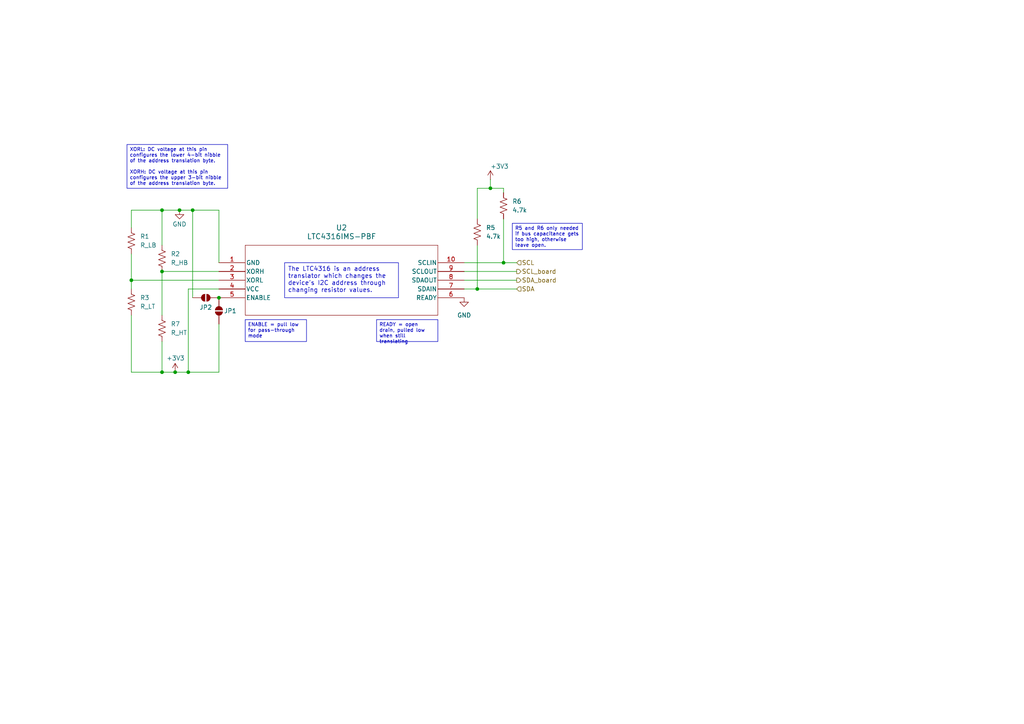
<source format=kicad_sch>
(kicad_sch (version 20231120) (generator "eeschema") (generator_version "8.0")
  (paper "A4")
  (lib_symbols
    (symbol "Device:R_US" (pin_numbers hide) (pin_names (offset 0))
      (property "Reference" "R" (at 2.54 0 90))
      (property "Value" "R_US" (at -2.54 0 90))
      (symbol "R_US_0_1"
        (polyline (pts (xy 0 -2.286) (xy 0 -2.54)))
        (polyline (pts (xy 0 2.286) (xy 0 2.54)))
        (polyline (pts (xy 0 -0.762) (xy 1.016 -1.143) (xy 0 -1.524) (xy -1.016 -1.905) (xy 0 -2.286)))
        (polyline (pts (xy 0 0.762) (xy 1.016 0.381) (xy 0 0) (xy -1.016 -0.381) (xy 0 -0.762)))
        (polyline (pts (xy 0 2.286) (xy 1.016 1.905) (xy 0 1.524) (xy -1.016 1.143) (xy 0 0.762)))
      )
      (symbol "R_US_1_1"
        (pin passive line (at 0 3.81 270) (length 1.27) (name "~") (number "1"))
        (pin passive line (at 0 -3.81 90) (length 1.27) (name "~") (number "2"))
      )
    )
    (symbol "Jumper:SolderJumper_2_Open" (pin_numbers hide) (pin_names (offset 0) hide) (exclude_from_sim yes) (in_bom no)
      (property "Reference" "JP" (at 0 2.032 0))
      (property "Value" "SolderJumper_2_Open" (at 0 -2.54 0))
      (symbol "SolderJumper_2_Open_0_1"
        (arc (start -0.254 1.016) (mid -1.2656 0) (end -0.254 -1.016))
        (arc (start -0.254 1.016) (mid -1.2656 0) (end -0.254 -1.016) (fill (type outline)))
        (polyline (pts (xy -0.254 1.016) (xy -0.254 -1.016)))
        (polyline (pts (xy 0.254 1.016) (xy 0.254 -1.016)))
        (arc (start 0.254 -1.016) (mid 1.2656 0) (end 0.254 1.016))
        (arc (start 0.254 -1.016) (mid 1.2656 0) (end 0.254 1.016) (fill (type outline)))
      )
      (symbol "SolderJumper_2_Open_1_1"
        (pin passive line (at -3.81 0 0) (length 2.54) (name "A") (number "1"))
        (pin passive line (at 3.81 0 180) (length 2.54) (name "B") (number "2"))
      )
    )
    (symbol "LTC4316:LTC4316IMS-PBF" (pin_names (offset 0.254))
      (property "Reference" "U" (at 35.56 10.16 0))
      (property "Value" "LTC4316IMS-PBF" (at 35.56 7.62 0))
      (symbol "LTC4316IMS-PBF_0_1"
        (polyline (pts (xy 7.62 -15.24) (xy 63.5 -15.24)) (stroke (width 0.127)))
        (polyline (pts (xy 7.62 5.08) (xy 7.62 -15.24)) (stroke (width 0.127)))
        (polyline (pts (xy 63.5 -15.24) (xy 63.5 5.08)) (stroke (width 0.127)))
        (polyline (pts (xy 63.5 5.08) (xy 7.62 5.08)) (stroke (width 0.127)))
        (pin power_in line (at 0 0 0) (length 7.62) (name "GND") (number "1"))
        (pin bidirectional line (at 71.12 0 180) (length 7.62) (name "SCLIN") (number "10"))
        (pin input line (at 0 -2.54 0) (length 7.62) (name "XORH") (number "2"))
        (pin input line (at 0 -5.08 0) (length 7.62) (name "XORL") (number "3"))
        (pin power_in line (at 0 -7.62 0) (length 7.62) (name "VCC") (number "4"))
        (pin input line (at 0 -10.16 0) (length 7.62) (name "ENABLE") (number "5"))
        (pin output line (at 71.12 -10.16 180) (length 7.62) (name "READY") (number "6"))
        (pin bidirectional line (at 71.12 -7.62 180) (length 7.62) (name "SDAIN") (number "7"))
        (pin bidirectional line (at 71.12 -5.08 180) (length 7.62) (name "SDAOUT") (number "8"))
        (pin bidirectional line (at 71.12 -2.54 180) (length 7.62) (name "SCLOUT") (number "9"))
      )
    )
    (symbol "power:+3V3" (power) (pin_numbers hide) (pin_names (offset 0) hide)
      (property "Value" "+3V3" (at 0 3.556 0))
      (symbol "+3V3_0_1"
        (polyline (pts (xy -0.762 1.27) (xy 0 2.54)))
        (polyline (pts (xy 0 0) (xy 0 2.54)))
        (polyline (pts (xy 0 2.54) (xy 0.762 1.27)))
      )
      (symbol "+3V3_1_1"
        (pin power_in line (at 0 0 90) (length 0) (name "~") (number "1"))
      )
    )
    (symbol "power:GND" (power) (pin_numbers hide) (pin_names (offset 0) hide)
      (property "Value" "GND" (at 0 -3.81 0))
      (symbol "GND_0_1"
        (polyline (pts (xy 0 0) (xy 0 -1.27) (xy 1.27 -1.27) (xy 0 -2.54) (xy -1.27 -1.27) (xy 0 -1.27)))
      )
      (symbol "GND_1_1"
        (pin power_in line (at 0 0 270) (length 0) (name "~") (number "1"))
      )
    )
  )
  (junction (at 146.05 76.2))
  (junction (at 52.07 60.96))
  (junction (at 138.43 83.82))
  (junction (at 54.61 107.95))
  (junction (at 50.8 107.95))
  (junction (at 55.88 60.96))
  (junction (at 46.99 60.96))
  (junction (at 63.5 86.36))
  (junction (at 142.24 54.61))
  (junction (at 46.99 78.74))
  (junction (at 46.99 107.95))
  (junction (at 38.1 81.28))
  (wire (pts (xy 146.05 76.2) (xy 149.86 76.2)))
  (wire (pts (xy 38.1 81.28) (xy 38.1 83.82)))
  (wire (pts (xy 38.1 107.95) (xy 46.99 107.95)))
  (wire (pts (xy 134.62 83.82) (xy 138.43 83.82)))
  (wire (pts (xy 138.43 54.61) (xy 142.24 54.61)))
  (wire (pts (xy 146.05 63.5) (xy 146.05 76.2)))
  (wire (pts (xy 55.88 60.96) (xy 55.88 86.36)))
  (wire (pts (xy 54.61 83.82) (xy 63.5 83.82)))
  (wire (pts (xy 138.43 71.12) (xy 138.43 83.82)))
  (wire (pts (xy 50.8 107.95) (xy 54.61 107.95)))
  (wire (pts (xy 38.1 60.96) (xy 38.1 66.04)))
  (wire (pts (xy 38.1 73.66) (xy 38.1 81.28)))
  (wire (pts (xy 138.43 83.82) (xy 149.86 83.82)))
  (wire (pts (xy 38.1 81.28) (xy 63.5 81.28)))
  (wire (pts (xy 134.62 78.74) (xy 149.86 78.74)))
  (wire (pts (xy 38.1 60.96) (xy 46.99 60.96)))
  (wire (pts (xy 46.99 78.74) (xy 46.99 91.44)))
  (wire (pts (xy 63.5 93.98) (xy 63.5 107.95)))
  (wire (pts (xy 142.24 52.07) (xy 142.24 54.61)))
  (wire (pts (xy 46.99 107.95) (xy 50.8 107.95)))
  (wire (pts (xy 55.88 60.96) (xy 63.5 60.96)))
  (wire (pts (xy 46.99 60.96) (xy 52.07 60.96)))
  (wire (pts (xy 138.43 54.61) (xy 138.43 63.5)))
  (wire (pts (xy 63.5 78.74) (xy 46.99 78.74)))
  (wire (pts (xy 134.62 76.2) (xy 146.05 76.2)))
  (wire (pts (xy 54.61 107.95) (xy 63.5 107.95)))
  (wire (pts (xy 142.24 54.61) (xy 146.05 54.61)))
  (wire (pts (xy 134.62 81.28) (xy 149.86 81.28)))
  (wire (pts (xy 146.05 54.61) (xy 146.05 55.88)))
  (wire (pts (xy 38.1 91.44) (xy 38.1 107.95)))
  (wire (pts (xy 46.99 60.96) (xy 46.99 71.12)))
  (wire (pts (xy 46.99 99.06) (xy 46.99 107.95)))
  (wire (pts (xy 52.07 60.96) (xy 55.88 60.96)))
  (wire (pts (xy 54.61 83.82) (xy 54.61 107.95)))
  (wire (pts (xy 63.5 60.96) (xy 63.5 76.2)))
  (text_box "The LTC4316 is an address translator which changes the device's I2C address through changing resistor values." (at 82.55 76.2 0) (size 33.02 10.16) (effects (font (size 1.27 1.27)) (justify left top)))
  (text_box "READY = open drain, pulled low when still translating\n" (at 109.22 92.71 0) (size 17.78 6.35) (effects (font (size 1.016 1.016)) (justify left top)))
  (text_box "R5 and R6 only needed if bus capacitance gets too high, otherwise leave open." (at 148.59 64.77 0) (size 20.32 7.62) (effects (font (size 1.016 1.016)) (justify left top)))
  (text_box "ENABLE = pull low for pass-through mode\n" (at 71.12 92.71 0) (size 17.78 6.35) (effects (font (size 1.016 1.016)) (justify left top)))
  (text_box "XORL: DC voltage at this pin configures the lower 4-bit nibble of the address translation byte.\n\nXORH: DC voltage at this pin configures the upper 3-bit nibble of the address translation byte." (at 36.83 41.91 0) (size 29.21 12.7) (effects (font (size 1.016 1.016)) (justify left top)))
  (hierarchical_label "SCL_board" (shape output) (at 149.86 78.74 0))
  (hierarchical_label "SCL" (shape input) (at 149.86 76.2 0))
  (hierarchical_label "SDA" (shape input) (at 149.86 83.82 0))
  (hierarchical_label "SDA_board" (shape output) (at 149.86 81.28 0))
  (symbol (lib_id "power:GND") (at 134.62 86.36 0) (unit 1)
    (property "Reference" "#PWR08" (effects (hide yes)))
    (property "Value" "GND" (at 134.62 91.44 0))
    (property "Description" "Power symbol creates a global label with name \"GND\" , ground" (effects (hide yes)))
  )
  (symbol (lib_id "Device:R_US") (at 38.1 87.63 0) (unit 1)
    (property "Reference" "R3" (at 40.64 86.3599 0) (effects (justify left)))
    (property "Value" "R_LT" (at 40.64 88.8999 0) (effects (justify left)))
    (property "Description" "Resistor, US symbol" (effects (hide yes)))
  )
  (symbol (lib_id "Device:R_US") (at 46.99 74.93 0) (unit 1)
    (property "Reference" "R2" (at 49.53 73.6599 0) (effects (justify left)))
    (property "Value" "R_HB" (at 49.53 76.1999 0) (effects (justify left)))
    (property "Description" "Resistor, US symbol" (effects (hide yes)))
  )
  (symbol (lib_id "Device:R_US") (at 38.1 69.85 0) (unit 1)
    (property "Reference" "R1" (at 40.64 68.5799 0) (effects (justify left)))
    (property "Value" "R_LB" (at 40.64 71.1199 0) (effects (justify left)))
    (property "Description" "Resistor, US symbol" (effects (hide yes)))
  )
  (symbol (lib_id "power:+3V3") (at 142.24 52.07 0) (unit 1)
    (property "Reference" "#PWR05" (effects (hide yes)))
    (property "Value" "+3V3" (at 142.2401 48.26 0) (effects (justify left)))
    (property "Description" "Power symbol creates a global label with name \"+3V3\"" (effects (hide yes)))
  )
  (symbol (lib_id "Device:R_US") (at 138.43 67.31 0) (unit 1)
    (property "Reference" "R5" (at 140.97 66.0399 0) (effects (justify left)))
    (property "Value" "4.7k" (at 140.97 68.5799 0) (effects (justify left)))
    (property "Description" "Resistor, US symbol" (effects (hide yes)))
  )
  (symbol (lib_id "power:+3V3") (at 50.8 107.95 0) (unit 1)
    (property "Reference" "#PWR06" (effects (hide yes)))
    (property "Value" "+3V3" (at 48.26 103.886 0) (effects (justify left)))
    (property "Description" "Power symbol creates a global label with name \"+3V3\"" (effects (hide yes)))
  )
  (symbol (lib_id "LTC4316:LTC4316IMS-PBF") (at 63.5 76.2 0) (unit 1)
    (property "Reference" "U2" (at 99.06 66.04 0) (effects (font (size 1.524 1.524))))
    (property "Value" "LTC4316IMS-PBF" (at 99.06 68.58 0) (effects (font (size 1.524 1.524))))
    (property "Footprint" "MSOP-10_MS_LIT" (effects (hide yes)))
    (property "Datasheet" "LTC4316IMS-PBF" (effects (hide yes)))
  )
  (symbol (lib_id "Jumper:SolderJumper_2_Open") (at 59.69 86.36 180) (unit 1) (exclude_from_sim yes) (in_bom no)
    (property "Reference" "JP2" (at 59.69 89.154 0))
    (property "Value" "SolderJumper_2_Open" (effects (hide yes)))
    (property "Description" "Solder Jumper, 2-pole, open" (effects (hide yes)))
  )
  (symbol (lib_id "Jumper:SolderJumper_2_Open") (at 63.5 90.17 270) (unit 1) (exclude_from_sim yes) (in_bom no)
    (property "Reference" "JP1" (at 66.802 90.17 90))
    (property "Value" "SolderJumper_2_Open" (effects (hide yes)))
    (property "Description" "Solder Jumper, 2-pole, open" (effects (hide yes)))
  )
  (symbol (lib_id "Device:R_US") (at 146.05 59.69 0) (unit 1)
    (property "Reference" "R6" (at 148.59 58.4199 0) (effects (justify left)))
    (property "Value" "4.7k" (at 148.59 60.9599 0) (effects (justify left)))
    (property "Description" "Resistor, US symbol" (effects (hide yes)))
  )
  (symbol (lib_id "Device:R_US") (at 46.99 95.25 0) (unit 1)
    (property "Reference" "R7" (at 49.53 93.9799 0) (effects (justify left)))
    (property "Value" "R_HT" (at 49.53 96.5199 0) (effects (justify left)))
    (property "Description" "Resistor, US symbol" (effects (hide yes)))
  )
  (symbol (lib_id "power:GND") (at 52.07 60.96 0) (unit 1)
    (property "Reference" "#PWR02" (effects (hide yes)))
    (property "Value" "GND" (at 54.102 65.024 0) (effects (justify right)))
    (property "Description" "Power symbol creates a global label with name \"GND\" , ground" (effects (hide yes)))
  )
)
</source>
